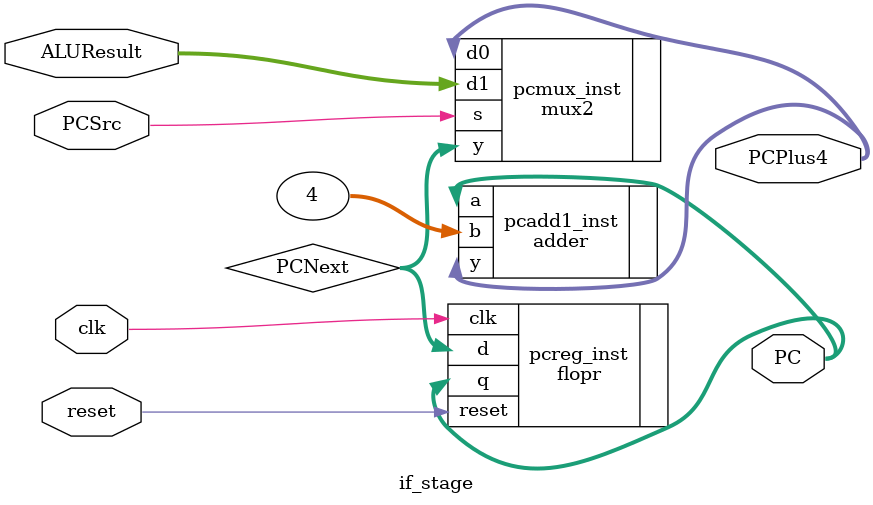
<source format=v>
module if_stage (
    input wire clk,
    input wire reset,
    input wire PCSrc,
    input wire [31:0] ALUResult,
    output wire [31:0] PC,
    output wire [31:0] PCPlus4
);
    wire [31:0] PCNext;

    // Mux para seleccionar la próxima dirección del PC
    mux2 #(.WIDTH(32)) pcmux_inst (
        .d0(PCPlus4),
        .d1(ALUResult),
        .s(PCSrc),
        .y(PCNext)
    );

    // Registro de PC
    flopr #(.WIDTH(32)) pcreg_inst (
        .clk(clk),
        .reset(reset),
        .d(PCNext),
        .q(PC)
    );

    // Sumador para calcular PC + 4
    adder #(.WIDTH(32)) pcadd1_inst (
        .a(PC),
        .b(32'b100),
        .y(PCPlus4)
    );
endmodule

</source>
